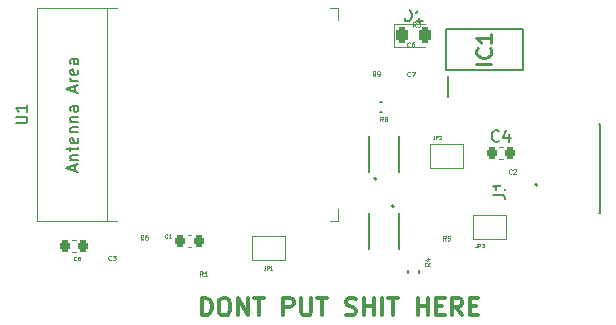
<source format=gto>
%TF.GenerationSoftware,KiCad,Pcbnew,7.0.2-6a45011f42~172~ubuntu20.04.1*%
%TF.CreationDate,2023-05-12T18:09:33+10:00*%
%TF.ProjectId,pcb_redesign,7063625f-7265-4646-9573-69676e2e6b69,rev?*%
%TF.SameCoordinates,Original*%
%TF.FileFunction,Legend,Top*%
%TF.FilePolarity,Positive*%
%FSLAX46Y46*%
G04 Gerber Fmt 4.6, Leading zero omitted, Abs format (unit mm)*
G04 Created by KiCad (PCBNEW 7.0.2-6a45011f42~172~ubuntu20.04.1) date 2023-05-12 18:09:33*
%MOMM*%
%LPD*%
G01*
G04 APERTURE LIST*
G04 Aperture macros list*
%AMRoundRect*
0 Rectangle with rounded corners*
0 $1 Rounding radius*
0 $2 $3 $4 $5 $6 $7 $8 $9 X,Y pos of 4 corners*
0 Add a 4 corners polygon primitive as box body*
4,1,4,$2,$3,$4,$5,$6,$7,$8,$9,$2,$3,0*
0 Add four circle primitives for the rounded corners*
1,1,$1+$1,$2,$3*
1,1,$1+$1,$4,$5*
1,1,$1+$1,$6,$7*
1,1,$1+$1,$8,$9*
0 Add four rect primitives between the rounded corners*
20,1,$1+$1,$2,$3,$4,$5,0*
20,1,$1+$1,$4,$5,$6,$7,0*
20,1,$1+$1,$6,$7,$8,$9,0*
20,1,$1+$1,$8,$9,$2,$3,0*%
G04 Aperture macros list end*
%ADD10C,0.300000*%
%ADD11C,0.098425*%
%ADD12C,0.150000*%
%ADD13C,0.254000*%
%ADD14C,0.075000*%
%ADD15C,0.120000*%
%ADD16C,0.127000*%
%ADD17C,0.200000*%
%ADD18R,0.900000X0.970000*%
%ADD19R,0.940000X1.020000*%
%ADD20R,0.870000X0.930000*%
%ADD21RoundRect,0.243750X-0.243750X-0.456250X0.243750X-0.456250X0.243750X0.456250X-0.243750X0.456250X0*%
%ADD22RoundRect,0.225000X-0.225000X-0.250000X0.225000X-0.250000X0.225000X0.250000X-0.225000X0.250000X0*%
%ADD23R,1.350000X0.400000*%
%ADD24R,1.600000X2.100000*%
%ADD25R,1.900000X1.800000*%
%ADD26R,1.900000X1.900000*%
%ADD27R,0.950000X1.750000*%
%ADD28R,3.200000X1.750000*%
%ADD29R,1.000000X1.500000*%
%ADD30R,0.970000X0.930000*%
%ADD31R,0.900000X0.900000*%
%ADD32R,0.900000X1.500000*%
%ADD33R,1.500000X0.900000*%
%ADD34R,0.790000X0.930000*%
%ADD35R,0.930000X0.790000*%
%ADD36R,0.350000X0.560000*%
%ADD37R,1.600000X0.200000*%
G04 APERTURE END LIST*
D10*
X120307142Y-84916428D02*
X120307142Y-83416428D01*
X120307142Y-83416428D02*
X120664285Y-83416428D01*
X120664285Y-83416428D02*
X120878571Y-83487857D01*
X120878571Y-83487857D02*
X121021428Y-83630714D01*
X121021428Y-83630714D02*
X121092857Y-83773571D01*
X121092857Y-83773571D02*
X121164285Y-84059285D01*
X121164285Y-84059285D02*
X121164285Y-84273571D01*
X121164285Y-84273571D02*
X121092857Y-84559285D01*
X121092857Y-84559285D02*
X121021428Y-84702142D01*
X121021428Y-84702142D02*
X120878571Y-84845000D01*
X120878571Y-84845000D02*
X120664285Y-84916428D01*
X120664285Y-84916428D02*
X120307142Y-84916428D01*
X122092857Y-83416428D02*
X122378571Y-83416428D01*
X122378571Y-83416428D02*
X122521428Y-83487857D01*
X122521428Y-83487857D02*
X122664285Y-83630714D01*
X122664285Y-83630714D02*
X122735714Y-83916428D01*
X122735714Y-83916428D02*
X122735714Y-84416428D01*
X122735714Y-84416428D02*
X122664285Y-84702142D01*
X122664285Y-84702142D02*
X122521428Y-84845000D01*
X122521428Y-84845000D02*
X122378571Y-84916428D01*
X122378571Y-84916428D02*
X122092857Y-84916428D01*
X122092857Y-84916428D02*
X121950000Y-84845000D01*
X121950000Y-84845000D02*
X121807142Y-84702142D01*
X121807142Y-84702142D02*
X121735714Y-84416428D01*
X121735714Y-84416428D02*
X121735714Y-83916428D01*
X121735714Y-83916428D02*
X121807142Y-83630714D01*
X121807142Y-83630714D02*
X121950000Y-83487857D01*
X121950000Y-83487857D02*
X122092857Y-83416428D01*
X123378571Y-84916428D02*
X123378571Y-83416428D01*
X123378571Y-83416428D02*
X124235714Y-84916428D01*
X124235714Y-84916428D02*
X124235714Y-83416428D01*
X124735715Y-83416428D02*
X125592858Y-83416428D01*
X125164286Y-84916428D02*
X125164286Y-83416428D01*
X127235714Y-84916428D02*
X127235714Y-83416428D01*
X127235714Y-83416428D02*
X127807143Y-83416428D01*
X127807143Y-83416428D02*
X127950000Y-83487857D01*
X127950000Y-83487857D02*
X128021429Y-83559285D01*
X128021429Y-83559285D02*
X128092857Y-83702142D01*
X128092857Y-83702142D02*
X128092857Y-83916428D01*
X128092857Y-83916428D02*
X128021429Y-84059285D01*
X128021429Y-84059285D02*
X127950000Y-84130714D01*
X127950000Y-84130714D02*
X127807143Y-84202142D01*
X127807143Y-84202142D02*
X127235714Y-84202142D01*
X128735714Y-83416428D02*
X128735714Y-84630714D01*
X128735714Y-84630714D02*
X128807143Y-84773571D01*
X128807143Y-84773571D02*
X128878572Y-84845000D01*
X128878572Y-84845000D02*
X129021429Y-84916428D01*
X129021429Y-84916428D02*
X129307143Y-84916428D01*
X129307143Y-84916428D02*
X129450000Y-84845000D01*
X129450000Y-84845000D02*
X129521429Y-84773571D01*
X129521429Y-84773571D02*
X129592857Y-84630714D01*
X129592857Y-84630714D02*
X129592857Y-83416428D01*
X130092858Y-83416428D02*
X130950001Y-83416428D01*
X130521429Y-84916428D02*
X130521429Y-83416428D01*
X132521429Y-84845000D02*
X132735715Y-84916428D01*
X132735715Y-84916428D02*
X133092857Y-84916428D01*
X133092857Y-84916428D02*
X133235715Y-84845000D01*
X133235715Y-84845000D02*
X133307143Y-84773571D01*
X133307143Y-84773571D02*
X133378572Y-84630714D01*
X133378572Y-84630714D02*
X133378572Y-84487857D01*
X133378572Y-84487857D02*
X133307143Y-84345000D01*
X133307143Y-84345000D02*
X133235715Y-84273571D01*
X133235715Y-84273571D02*
X133092857Y-84202142D01*
X133092857Y-84202142D02*
X132807143Y-84130714D01*
X132807143Y-84130714D02*
X132664286Y-84059285D01*
X132664286Y-84059285D02*
X132592857Y-83987857D01*
X132592857Y-83987857D02*
X132521429Y-83845000D01*
X132521429Y-83845000D02*
X132521429Y-83702142D01*
X132521429Y-83702142D02*
X132592857Y-83559285D01*
X132592857Y-83559285D02*
X132664286Y-83487857D01*
X132664286Y-83487857D02*
X132807143Y-83416428D01*
X132807143Y-83416428D02*
X133164286Y-83416428D01*
X133164286Y-83416428D02*
X133378572Y-83487857D01*
X134021428Y-84916428D02*
X134021428Y-83416428D01*
X134021428Y-84130714D02*
X134878571Y-84130714D01*
X134878571Y-84916428D02*
X134878571Y-83416428D01*
X135592857Y-84916428D02*
X135592857Y-83416428D01*
X136092858Y-83416428D02*
X136950001Y-83416428D01*
X136521429Y-84916428D02*
X136521429Y-83416428D01*
X138592857Y-84916428D02*
X138592857Y-83416428D01*
X138592857Y-84130714D02*
X139450000Y-84130714D01*
X139450000Y-84916428D02*
X139450000Y-83416428D01*
X140164286Y-84130714D02*
X140664286Y-84130714D01*
X140878572Y-84916428D02*
X140164286Y-84916428D01*
X140164286Y-84916428D02*
X140164286Y-83416428D01*
X140164286Y-83416428D02*
X140878572Y-83416428D01*
X142378572Y-84916428D02*
X141878572Y-84202142D01*
X141521429Y-84916428D02*
X141521429Y-83416428D01*
X141521429Y-83416428D02*
X142092858Y-83416428D01*
X142092858Y-83416428D02*
X142235715Y-83487857D01*
X142235715Y-83487857D02*
X142307144Y-83559285D01*
X142307144Y-83559285D02*
X142378572Y-83702142D01*
X142378572Y-83702142D02*
X142378572Y-83916428D01*
X142378572Y-83916428D02*
X142307144Y-84059285D01*
X142307144Y-84059285D02*
X142235715Y-84130714D01*
X142235715Y-84130714D02*
X142092858Y-84202142D01*
X142092858Y-84202142D02*
X141521429Y-84202142D01*
X143021429Y-84130714D02*
X143521429Y-84130714D01*
X143735715Y-84916428D02*
X143021429Y-84916428D01*
X143021429Y-84916428D02*
X143021429Y-83416428D01*
X143021429Y-83416428D02*
X143735715Y-83416428D01*
D11*
%TO.C,R6*%
X115374383Y-78512133D02*
X115243149Y-78324657D01*
X115149411Y-78512133D02*
X115149411Y-78118432D01*
X115149411Y-78118432D02*
X115299392Y-78118432D01*
X115299392Y-78118432D02*
X115336888Y-78137180D01*
X115336888Y-78137180D02*
X115355635Y-78155928D01*
X115355635Y-78155928D02*
X115374383Y-78193423D01*
X115374383Y-78193423D02*
X115374383Y-78249666D01*
X115374383Y-78249666D02*
X115355635Y-78287161D01*
X115355635Y-78287161D02*
X115336888Y-78305909D01*
X115336888Y-78305909D02*
X115299392Y-78324657D01*
X115299392Y-78324657D02*
X115149411Y-78324657D01*
X115711841Y-78118432D02*
X115636850Y-78118432D01*
X115636850Y-78118432D02*
X115599355Y-78137180D01*
X115599355Y-78137180D02*
X115580607Y-78155928D01*
X115580607Y-78155928D02*
X115543112Y-78212171D01*
X115543112Y-78212171D02*
X115524364Y-78287161D01*
X115524364Y-78287161D02*
X115524364Y-78437143D01*
X115524364Y-78437143D02*
X115543112Y-78474638D01*
X115543112Y-78474638D02*
X115561860Y-78493386D01*
X115561860Y-78493386D02*
X115599355Y-78512133D01*
X115599355Y-78512133D02*
X115674346Y-78512133D01*
X115674346Y-78512133D02*
X115711841Y-78493386D01*
X115711841Y-78493386D02*
X115730589Y-78474638D01*
X115730589Y-78474638D02*
X115749336Y-78437143D01*
X115749336Y-78437143D02*
X115749336Y-78343404D01*
X115749336Y-78343404D02*
X115730589Y-78305909D01*
X115730589Y-78305909D02*
X115711841Y-78287161D01*
X115711841Y-78287161D02*
X115674346Y-78268414D01*
X115674346Y-78268414D02*
X115599355Y-78268414D01*
X115599355Y-78268414D02*
X115561860Y-78287161D01*
X115561860Y-78287161D02*
X115543112Y-78305909D01*
X115543112Y-78305909D02*
X115524364Y-78343404D01*
%TO.C,R3*%
X138444383Y-60482133D02*
X138313149Y-60294657D01*
X138219411Y-60482133D02*
X138219411Y-60088432D01*
X138219411Y-60088432D02*
X138369392Y-60088432D01*
X138369392Y-60088432D02*
X138406888Y-60107180D01*
X138406888Y-60107180D02*
X138425635Y-60125928D01*
X138425635Y-60125928D02*
X138444383Y-60163423D01*
X138444383Y-60163423D02*
X138444383Y-60219666D01*
X138444383Y-60219666D02*
X138425635Y-60257161D01*
X138425635Y-60257161D02*
X138406888Y-60275909D01*
X138406888Y-60275909D02*
X138369392Y-60294657D01*
X138369392Y-60294657D02*
X138219411Y-60294657D01*
X138575617Y-60088432D02*
X138819336Y-60088432D01*
X138819336Y-60088432D02*
X138688103Y-60238414D01*
X138688103Y-60238414D02*
X138744346Y-60238414D01*
X138744346Y-60238414D02*
X138781841Y-60257161D01*
X138781841Y-60257161D02*
X138800589Y-60275909D01*
X138800589Y-60275909D02*
X138819336Y-60313404D01*
X138819336Y-60313404D02*
X138819336Y-60407143D01*
X138819336Y-60407143D02*
X138800589Y-60444638D01*
X138800589Y-60444638D02*
X138781841Y-60463386D01*
X138781841Y-60463386D02*
X138744346Y-60482133D01*
X138744346Y-60482133D02*
X138631860Y-60482133D01*
X138631860Y-60482133D02*
X138594364Y-60463386D01*
X138594364Y-60463386D02*
X138575617Y-60444638D01*
%TO.C,C3*%
X112644383Y-80194638D02*
X112625635Y-80213386D01*
X112625635Y-80213386D02*
X112569392Y-80232133D01*
X112569392Y-80232133D02*
X112531897Y-80232133D01*
X112531897Y-80232133D02*
X112475654Y-80213386D01*
X112475654Y-80213386D02*
X112438159Y-80175890D01*
X112438159Y-80175890D02*
X112419411Y-80138395D01*
X112419411Y-80138395D02*
X112400663Y-80063404D01*
X112400663Y-80063404D02*
X112400663Y-80007161D01*
X112400663Y-80007161D02*
X112419411Y-79932171D01*
X112419411Y-79932171D02*
X112438159Y-79894675D01*
X112438159Y-79894675D02*
X112475654Y-79857180D01*
X112475654Y-79857180D02*
X112531897Y-79838432D01*
X112531897Y-79838432D02*
X112569392Y-79838432D01*
X112569392Y-79838432D02*
X112625635Y-79857180D01*
X112625635Y-79857180D02*
X112644383Y-79875928D01*
X112775617Y-79838432D02*
X113019336Y-79838432D01*
X113019336Y-79838432D02*
X112888103Y-79988414D01*
X112888103Y-79988414D02*
X112944346Y-79988414D01*
X112944346Y-79988414D02*
X112981841Y-80007161D01*
X112981841Y-80007161D02*
X113000589Y-80025909D01*
X113000589Y-80025909D02*
X113019336Y-80063404D01*
X113019336Y-80063404D02*
X113019336Y-80157143D01*
X113019336Y-80157143D02*
X113000589Y-80194638D01*
X113000589Y-80194638D02*
X112981841Y-80213386D01*
X112981841Y-80213386D02*
X112944346Y-80232133D01*
X112944346Y-80232133D02*
X112831860Y-80232133D01*
X112831860Y-80232133D02*
X112794364Y-80213386D01*
X112794364Y-80213386D02*
X112775617Y-80194638D01*
D12*
%TO.C,D1*%
X137511905Y-60012619D02*
X137511905Y-59012619D01*
X137511905Y-59012619D02*
X137750000Y-59012619D01*
X137750000Y-59012619D02*
X137892857Y-59060238D01*
X137892857Y-59060238D02*
X137988095Y-59155476D01*
X137988095Y-59155476D02*
X138035714Y-59250714D01*
X138035714Y-59250714D02*
X138083333Y-59441190D01*
X138083333Y-59441190D02*
X138083333Y-59584047D01*
X138083333Y-59584047D02*
X138035714Y-59774523D01*
X138035714Y-59774523D02*
X137988095Y-59869761D01*
X137988095Y-59869761D02*
X137892857Y-59965000D01*
X137892857Y-59965000D02*
X137750000Y-60012619D01*
X137750000Y-60012619D02*
X137511905Y-60012619D01*
X139035714Y-60012619D02*
X138464286Y-60012619D01*
X138750000Y-60012619D02*
X138750000Y-59012619D01*
X138750000Y-59012619D02*
X138654762Y-59155476D01*
X138654762Y-59155476D02*
X138559524Y-59250714D01*
X138559524Y-59250714D02*
X138464286Y-59298333D01*
%TO.C,C4*%
X145483333Y-70137380D02*
X145435714Y-70185000D01*
X145435714Y-70185000D02*
X145292857Y-70232619D01*
X145292857Y-70232619D02*
X145197619Y-70232619D01*
X145197619Y-70232619D02*
X145054762Y-70185000D01*
X145054762Y-70185000D02*
X144959524Y-70089761D01*
X144959524Y-70089761D02*
X144911905Y-69994523D01*
X144911905Y-69994523D02*
X144864286Y-69804047D01*
X144864286Y-69804047D02*
X144864286Y-69661190D01*
X144864286Y-69661190D02*
X144911905Y-69470714D01*
X144911905Y-69470714D02*
X144959524Y-69375476D01*
X144959524Y-69375476D02*
X145054762Y-69280238D01*
X145054762Y-69280238D02*
X145197619Y-69232619D01*
X145197619Y-69232619D02*
X145292857Y-69232619D01*
X145292857Y-69232619D02*
X145435714Y-69280238D01*
X145435714Y-69280238D02*
X145483333Y-69327857D01*
X146340476Y-69565952D02*
X146340476Y-70232619D01*
X146102381Y-69185000D02*
X145864286Y-69899285D01*
X145864286Y-69899285D02*
X146483333Y-69899285D01*
D11*
%TO.C,C2*%
X146559383Y-72889638D02*
X146540635Y-72908386D01*
X146540635Y-72908386D02*
X146484392Y-72927133D01*
X146484392Y-72927133D02*
X146446897Y-72927133D01*
X146446897Y-72927133D02*
X146390654Y-72908386D01*
X146390654Y-72908386D02*
X146353159Y-72870890D01*
X146353159Y-72870890D02*
X146334411Y-72833395D01*
X146334411Y-72833395D02*
X146315663Y-72758404D01*
X146315663Y-72758404D02*
X146315663Y-72702161D01*
X146315663Y-72702161D02*
X146334411Y-72627171D01*
X146334411Y-72627171D02*
X146353159Y-72589675D01*
X146353159Y-72589675D02*
X146390654Y-72552180D01*
X146390654Y-72552180D02*
X146446897Y-72533432D01*
X146446897Y-72533432D02*
X146484392Y-72533432D01*
X146484392Y-72533432D02*
X146540635Y-72552180D01*
X146540635Y-72552180D02*
X146559383Y-72570928D01*
X146709364Y-72570928D02*
X146728112Y-72552180D01*
X146728112Y-72552180D02*
X146765607Y-72533432D01*
X146765607Y-72533432D02*
X146859346Y-72533432D01*
X146859346Y-72533432D02*
X146896841Y-72552180D01*
X146896841Y-72552180D02*
X146915589Y-72570928D01*
X146915589Y-72570928D02*
X146934336Y-72608423D01*
X146934336Y-72608423D02*
X146934336Y-72645918D01*
X146934336Y-72645918D02*
X146915589Y-72702161D01*
X146915589Y-72702161D02*
X146690617Y-72927133D01*
X146690617Y-72927133D02*
X146934336Y-72927133D01*
D12*
%TO.C,J1*%
X144967619Y-74688333D02*
X145681904Y-74688333D01*
X145681904Y-74688333D02*
X145824761Y-74735952D01*
X145824761Y-74735952D02*
X145920000Y-74831190D01*
X145920000Y-74831190D02*
X145967619Y-74974047D01*
X145967619Y-74974047D02*
X145967619Y-75069285D01*
X145967619Y-73688333D02*
X145967619Y-74259761D01*
X145967619Y-73974047D02*
X144967619Y-73974047D01*
X144967619Y-73974047D02*
X145110476Y-74069285D01*
X145110476Y-74069285D02*
X145205714Y-74164523D01*
X145205714Y-74164523D02*
X145253333Y-74259761D01*
D13*
%TO.C,IC1*%
X144837526Y-63639762D02*
X143567526Y-63639762D01*
X144716573Y-62309285D02*
X144777050Y-62369761D01*
X144777050Y-62369761D02*
X144837526Y-62551190D01*
X144837526Y-62551190D02*
X144837526Y-62672142D01*
X144837526Y-62672142D02*
X144777050Y-62853571D01*
X144777050Y-62853571D02*
X144656097Y-62974523D01*
X144656097Y-62974523D02*
X144535145Y-63035000D01*
X144535145Y-63035000D02*
X144293240Y-63095476D01*
X144293240Y-63095476D02*
X144111811Y-63095476D01*
X144111811Y-63095476D02*
X143869907Y-63035000D01*
X143869907Y-63035000D02*
X143748954Y-62974523D01*
X143748954Y-62974523D02*
X143628002Y-62853571D01*
X143628002Y-62853571D02*
X143567526Y-62672142D01*
X143567526Y-62672142D02*
X143567526Y-62551190D01*
X143567526Y-62551190D02*
X143628002Y-62369761D01*
X143628002Y-62369761D02*
X143688478Y-62309285D01*
X144837526Y-61099761D02*
X144837526Y-61825476D01*
X144837526Y-61462619D02*
X143567526Y-61462619D01*
X143567526Y-61462619D02*
X143748954Y-61583571D01*
X143748954Y-61583571D02*
X143869907Y-61704523D01*
X143869907Y-61704523D02*
X143930383Y-61825476D01*
D14*
%TO.C,C8*%
X109700000Y-80210214D02*
X109685714Y-80224500D01*
X109685714Y-80224500D02*
X109642857Y-80238785D01*
X109642857Y-80238785D02*
X109614285Y-80238785D01*
X109614285Y-80238785D02*
X109571428Y-80224500D01*
X109571428Y-80224500D02*
X109542857Y-80195928D01*
X109542857Y-80195928D02*
X109528571Y-80167357D01*
X109528571Y-80167357D02*
X109514285Y-80110214D01*
X109514285Y-80110214D02*
X109514285Y-80067357D01*
X109514285Y-80067357D02*
X109528571Y-80010214D01*
X109528571Y-80010214D02*
X109542857Y-79981642D01*
X109542857Y-79981642D02*
X109571428Y-79953071D01*
X109571428Y-79953071D02*
X109614285Y-79938785D01*
X109614285Y-79938785D02*
X109642857Y-79938785D01*
X109642857Y-79938785D02*
X109685714Y-79953071D01*
X109685714Y-79953071D02*
X109700000Y-79967357D01*
X109871428Y-80067357D02*
X109842857Y-80053071D01*
X109842857Y-80053071D02*
X109828571Y-80038785D01*
X109828571Y-80038785D02*
X109814285Y-80010214D01*
X109814285Y-80010214D02*
X109814285Y-79995928D01*
X109814285Y-79995928D02*
X109828571Y-79967357D01*
X109828571Y-79967357D02*
X109842857Y-79953071D01*
X109842857Y-79953071D02*
X109871428Y-79938785D01*
X109871428Y-79938785D02*
X109928571Y-79938785D01*
X109928571Y-79938785D02*
X109957143Y-79953071D01*
X109957143Y-79953071D02*
X109971428Y-79967357D01*
X109971428Y-79967357D02*
X109985714Y-79995928D01*
X109985714Y-79995928D02*
X109985714Y-80010214D01*
X109985714Y-80010214D02*
X109971428Y-80038785D01*
X109971428Y-80038785D02*
X109957143Y-80053071D01*
X109957143Y-80053071D02*
X109928571Y-80067357D01*
X109928571Y-80067357D02*
X109871428Y-80067357D01*
X109871428Y-80067357D02*
X109842857Y-80081642D01*
X109842857Y-80081642D02*
X109828571Y-80095928D01*
X109828571Y-80095928D02*
X109814285Y-80124500D01*
X109814285Y-80124500D02*
X109814285Y-80181642D01*
X109814285Y-80181642D02*
X109828571Y-80210214D01*
X109828571Y-80210214D02*
X109842857Y-80224500D01*
X109842857Y-80224500D02*
X109871428Y-80238785D01*
X109871428Y-80238785D02*
X109928571Y-80238785D01*
X109928571Y-80238785D02*
X109957143Y-80224500D01*
X109957143Y-80224500D02*
X109971428Y-80210214D01*
X109971428Y-80210214D02*
X109985714Y-80181642D01*
X109985714Y-80181642D02*
X109985714Y-80124500D01*
X109985714Y-80124500D02*
X109971428Y-80095928D01*
X109971428Y-80095928D02*
X109957143Y-80081642D01*
X109957143Y-80081642D02*
X109928571Y-80067357D01*
%TO.C,C1*%
X117400000Y-78310214D02*
X117385714Y-78324500D01*
X117385714Y-78324500D02*
X117342857Y-78338785D01*
X117342857Y-78338785D02*
X117314285Y-78338785D01*
X117314285Y-78338785D02*
X117271428Y-78324500D01*
X117271428Y-78324500D02*
X117242857Y-78295928D01*
X117242857Y-78295928D02*
X117228571Y-78267357D01*
X117228571Y-78267357D02*
X117214285Y-78210214D01*
X117214285Y-78210214D02*
X117214285Y-78167357D01*
X117214285Y-78167357D02*
X117228571Y-78110214D01*
X117228571Y-78110214D02*
X117242857Y-78081642D01*
X117242857Y-78081642D02*
X117271428Y-78053071D01*
X117271428Y-78053071D02*
X117314285Y-78038785D01*
X117314285Y-78038785D02*
X117342857Y-78038785D01*
X117342857Y-78038785D02*
X117385714Y-78053071D01*
X117385714Y-78053071D02*
X117400000Y-78067357D01*
X117685714Y-78338785D02*
X117514285Y-78338785D01*
X117600000Y-78338785D02*
X117600000Y-78038785D01*
X117600000Y-78038785D02*
X117571428Y-78081642D01*
X117571428Y-78081642D02*
X117542857Y-78110214D01*
X117542857Y-78110214D02*
X117514285Y-78124500D01*
%TO.C,JP3*%
X143600000Y-78838785D02*
X143600000Y-79053071D01*
X143600000Y-79053071D02*
X143585715Y-79095928D01*
X143585715Y-79095928D02*
X143557143Y-79124500D01*
X143557143Y-79124500D02*
X143514286Y-79138785D01*
X143514286Y-79138785D02*
X143485715Y-79138785D01*
X143742857Y-79138785D02*
X143742857Y-78838785D01*
X143742857Y-78838785D02*
X143857143Y-78838785D01*
X143857143Y-78838785D02*
X143885714Y-78853071D01*
X143885714Y-78853071D02*
X143900000Y-78867357D01*
X143900000Y-78867357D02*
X143914286Y-78895928D01*
X143914286Y-78895928D02*
X143914286Y-78938785D01*
X143914286Y-78938785D02*
X143900000Y-78967357D01*
X143900000Y-78967357D02*
X143885714Y-78981642D01*
X143885714Y-78981642D02*
X143857143Y-78995928D01*
X143857143Y-78995928D02*
X143742857Y-78995928D01*
X144014286Y-78838785D02*
X144200000Y-78838785D01*
X144200000Y-78838785D02*
X144100000Y-78953071D01*
X144100000Y-78953071D02*
X144142857Y-78953071D01*
X144142857Y-78953071D02*
X144171429Y-78967357D01*
X144171429Y-78967357D02*
X144185714Y-78981642D01*
X144185714Y-78981642D02*
X144200000Y-79010214D01*
X144200000Y-79010214D02*
X144200000Y-79081642D01*
X144200000Y-79081642D02*
X144185714Y-79110214D01*
X144185714Y-79110214D02*
X144171429Y-79124500D01*
X144171429Y-79124500D02*
X144142857Y-79138785D01*
X144142857Y-79138785D02*
X144057143Y-79138785D01*
X144057143Y-79138785D02*
X144028571Y-79124500D01*
X144028571Y-79124500D02*
X144014286Y-79110214D01*
%TO.C,JP2*%
X140000000Y-69688785D02*
X140000000Y-69903071D01*
X140000000Y-69903071D02*
X139985715Y-69945928D01*
X139985715Y-69945928D02*
X139957143Y-69974500D01*
X139957143Y-69974500D02*
X139914286Y-69988785D01*
X139914286Y-69988785D02*
X139885715Y-69988785D01*
X140142857Y-69988785D02*
X140142857Y-69688785D01*
X140142857Y-69688785D02*
X140257143Y-69688785D01*
X140257143Y-69688785D02*
X140285714Y-69703071D01*
X140285714Y-69703071D02*
X140300000Y-69717357D01*
X140300000Y-69717357D02*
X140314286Y-69745928D01*
X140314286Y-69745928D02*
X140314286Y-69788785D01*
X140314286Y-69788785D02*
X140300000Y-69817357D01*
X140300000Y-69817357D02*
X140285714Y-69831642D01*
X140285714Y-69831642D02*
X140257143Y-69845928D01*
X140257143Y-69845928D02*
X140142857Y-69845928D01*
X140428571Y-69717357D02*
X140442857Y-69703071D01*
X140442857Y-69703071D02*
X140471429Y-69688785D01*
X140471429Y-69688785D02*
X140542857Y-69688785D01*
X140542857Y-69688785D02*
X140571429Y-69703071D01*
X140571429Y-69703071D02*
X140585714Y-69717357D01*
X140585714Y-69717357D02*
X140600000Y-69745928D01*
X140600000Y-69745928D02*
X140600000Y-69774500D01*
X140600000Y-69774500D02*
X140585714Y-69817357D01*
X140585714Y-69817357D02*
X140414286Y-69988785D01*
X140414286Y-69988785D02*
X140600000Y-69988785D01*
D11*
%TO.C,R1*%
X120384383Y-81582133D02*
X120253149Y-81394657D01*
X120159411Y-81582133D02*
X120159411Y-81188432D01*
X120159411Y-81188432D02*
X120309392Y-81188432D01*
X120309392Y-81188432D02*
X120346888Y-81207180D01*
X120346888Y-81207180D02*
X120365635Y-81225928D01*
X120365635Y-81225928D02*
X120384383Y-81263423D01*
X120384383Y-81263423D02*
X120384383Y-81319666D01*
X120384383Y-81319666D02*
X120365635Y-81357161D01*
X120365635Y-81357161D02*
X120346888Y-81375909D01*
X120346888Y-81375909D02*
X120309392Y-81394657D01*
X120309392Y-81394657D02*
X120159411Y-81394657D01*
X120759336Y-81582133D02*
X120534364Y-81582133D01*
X120646850Y-81582133D02*
X120646850Y-81188432D01*
X120646850Y-81188432D02*
X120609355Y-81244675D01*
X120609355Y-81244675D02*
X120571860Y-81282171D01*
X120571860Y-81282171D02*
X120534364Y-81300918D01*
%TO.C,C7*%
X137954383Y-64624638D02*
X137935635Y-64643386D01*
X137935635Y-64643386D02*
X137879392Y-64662133D01*
X137879392Y-64662133D02*
X137841897Y-64662133D01*
X137841897Y-64662133D02*
X137785654Y-64643386D01*
X137785654Y-64643386D02*
X137748159Y-64605890D01*
X137748159Y-64605890D02*
X137729411Y-64568395D01*
X137729411Y-64568395D02*
X137710663Y-64493404D01*
X137710663Y-64493404D02*
X137710663Y-64437161D01*
X137710663Y-64437161D02*
X137729411Y-64362171D01*
X137729411Y-64362171D02*
X137748159Y-64324675D01*
X137748159Y-64324675D02*
X137785654Y-64287180D01*
X137785654Y-64287180D02*
X137841897Y-64268432D01*
X137841897Y-64268432D02*
X137879392Y-64268432D01*
X137879392Y-64268432D02*
X137935635Y-64287180D01*
X137935635Y-64287180D02*
X137954383Y-64305928D01*
X138085617Y-64268432D02*
X138348084Y-64268432D01*
X138348084Y-64268432D02*
X138179355Y-64662133D01*
%TO.C,C6*%
X137954383Y-62144638D02*
X137935635Y-62163386D01*
X137935635Y-62163386D02*
X137879392Y-62182133D01*
X137879392Y-62182133D02*
X137841897Y-62182133D01*
X137841897Y-62182133D02*
X137785654Y-62163386D01*
X137785654Y-62163386D02*
X137748159Y-62125890D01*
X137748159Y-62125890D02*
X137729411Y-62088395D01*
X137729411Y-62088395D02*
X137710663Y-62013404D01*
X137710663Y-62013404D02*
X137710663Y-61957161D01*
X137710663Y-61957161D02*
X137729411Y-61882171D01*
X137729411Y-61882171D02*
X137748159Y-61844675D01*
X137748159Y-61844675D02*
X137785654Y-61807180D01*
X137785654Y-61807180D02*
X137841897Y-61788432D01*
X137841897Y-61788432D02*
X137879392Y-61788432D01*
X137879392Y-61788432D02*
X137935635Y-61807180D01*
X137935635Y-61807180D02*
X137954383Y-61825928D01*
X138291841Y-61788432D02*
X138216850Y-61788432D01*
X138216850Y-61788432D02*
X138179355Y-61807180D01*
X138179355Y-61807180D02*
X138160607Y-61825928D01*
X138160607Y-61825928D02*
X138123112Y-61882171D01*
X138123112Y-61882171D02*
X138104364Y-61957161D01*
X138104364Y-61957161D02*
X138104364Y-62107143D01*
X138104364Y-62107143D02*
X138123112Y-62144638D01*
X138123112Y-62144638D02*
X138141860Y-62163386D01*
X138141860Y-62163386D02*
X138179355Y-62182133D01*
X138179355Y-62182133D02*
X138254346Y-62182133D01*
X138254346Y-62182133D02*
X138291841Y-62163386D01*
X138291841Y-62163386D02*
X138310589Y-62144638D01*
X138310589Y-62144638D02*
X138329336Y-62107143D01*
X138329336Y-62107143D02*
X138329336Y-62013404D01*
X138329336Y-62013404D02*
X138310589Y-61975909D01*
X138310589Y-61975909D02*
X138291841Y-61957161D01*
X138291841Y-61957161D02*
X138254346Y-61938414D01*
X138254346Y-61938414D02*
X138179355Y-61938414D01*
X138179355Y-61938414D02*
X138141860Y-61957161D01*
X138141860Y-61957161D02*
X138123112Y-61975909D01*
X138123112Y-61975909D02*
X138104364Y-62013404D01*
D12*
%TO.C,U1*%
X104552619Y-68661904D02*
X105362142Y-68661904D01*
X105362142Y-68661904D02*
X105457380Y-68614285D01*
X105457380Y-68614285D02*
X105505000Y-68566666D01*
X105505000Y-68566666D02*
X105552619Y-68471428D01*
X105552619Y-68471428D02*
X105552619Y-68280952D01*
X105552619Y-68280952D02*
X105505000Y-68185714D01*
X105505000Y-68185714D02*
X105457380Y-68138095D01*
X105457380Y-68138095D02*
X105362142Y-68090476D01*
X105362142Y-68090476D02*
X104552619Y-68090476D01*
X105552619Y-67090476D02*
X105552619Y-67661904D01*
X105552619Y-67376190D02*
X104552619Y-67376190D01*
X104552619Y-67376190D02*
X104695476Y-67471428D01*
X104695476Y-67471428D02*
X104790714Y-67566666D01*
X104790714Y-67566666D02*
X104838333Y-67661904D01*
X109566904Y-72661905D02*
X109566904Y-72185715D01*
X109852619Y-72757143D02*
X108852619Y-72423810D01*
X108852619Y-72423810D02*
X109852619Y-72090477D01*
X109185952Y-71757143D02*
X109852619Y-71757143D01*
X109281190Y-71757143D02*
X109233571Y-71709524D01*
X109233571Y-71709524D02*
X109185952Y-71614286D01*
X109185952Y-71614286D02*
X109185952Y-71471429D01*
X109185952Y-71471429D02*
X109233571Y-71376191D01*
X109233571Y-71376191D02*
X109328809Y-71328572D01*
X109328809Y-71328572D02*
X109852619Y-71328572D01*
X109185952Y-70995238D02*
X109185952Y-70614286D01*
X108852619Y-70852381D02*
X109709761Y-70852381D01*
X109709761Y-70852381D02*
X109805000Y-70804762D01*
X109805000Y-70804762D02*
X109852619Y-70709524D01*
X109852619Y-70709524D02*
X109852619Y-70614286D01*
X109805000Y-69900000D02*
X109852619Y-69995238D01*
X109852619Y-69995238D02*
X109852619Y-70185714D01*
X109852619Y-70185714D02*
X109805000Y-70280952D01*
X109805000Y-70280952D02*
X109709761Y-70328571D01*
X109709761Y-70328571D02*
X109328809Y-70328571D01*
X109328809Y-70328571D02*
X109233571Y-70280952D01*
X109233571Y-70280952D02*
X109185952Y-70185714D01*
X109185952Y-70185714D02*
X109185952Y-69995238D01*
X109185952Y-69995238D02*
X109233571Y-69900000D01*
X109233571Y-69900000D02*
X109328809Y-69852381D01*
X109328809Y-69852381D02*
X109424047Y-69852381D01*
X109424047Y-69852381D02*
X109519285Y-70328571D01*
X109185952Y-69423809D02*
X109852619Y-69423809D01*
X109281190Y-69423809D02*
X109233571Y-69376190D01*
X109233571Y-69376190D02*
X109185952Y-69280952D01*
X109185952Y-69280952D02*
X109185952Y-69138095D01*
X109185952Y-69138095D02*
X109233571Y-69042857D01*
X109233571Y-69042857D02*
X109328809Y-68995238D01*
X109328809Y-68995238D02*
X109852619Y-68995238D01*
X109185952Y-68519047D02*
X109852619Y-68519047D01*
X109281190Y-68519047D02*
X109233571Y-68471428D01*
X109233571Y-68471428D02*
X109185952Y-68376190D01*
X109185952Y-68376190D02*
X109185952Y-68233333D01*
X109185952Y-68233333D02*
X109233571Y-68138095D01*
X109233571Y-68138095D02*
X109328809Y-68090476D01*
X109328809Y-68090476D02*
X109852619Y-68090476D01*
X109852619Y-67185714D02*
X109328809Y-67185714D01*
X109328809Y-67185714D02*
X109233571Y-67233333D01*
X109233571Y-67233333D02*
X109185952Y-67328571D01*
X109185952Y-67328571D02*
X109185952Y-67519047D01*
X109185952Y-67519047D02*
X109233571Y-67614285D01*
X109805000Y-67185714D02*
X109852619Y-67280952D01*
X109852619Y-67280952D02*
X109852619Y-67519047D01*
X109852619Y-67519047D02*
X109805000Y-67614285D01*
X109805000Y-67614285D02*
X109709761Y-67661904D01*
X109709761Y-67661904D02*
X109614523Y-67661904D01*
X109614523Y-67661904D02*
X109519285Y-67614285D01*
X109519285Y-67614285D02*
X109471666Y-67519047D01*
X109471666Y-67519047D02*
X109471666Y-67280952D01*
X109471666Y-67280952D02*
X109424047Y-67185714D01*
X109566904Y-65995237D02*
X109566904Y-65519047D01*
X109852619Y-66090475D02*
X108852619Y-65757142D01*
X108852619Y-65757142D02*
X109852619Y-65423809D01*
X109852619Y-65090475D02*
X109185952Y-65090475D01*
X109376428Y-65090475D02*
X109281190Y-65042856D01*
X109281190Y-65042856D02*
X109233571Y-64995237D01*
X109233571Y-64995237D02*
X109185952Y-64899999D01*
X109185952Y-64899999D02*
X109185952Y-64804761D01*
X109805000Y-64090475D02*
X109852619Y-64185713D01*
X109852619Y-64185713D02*
X109852619Y-64376189D01*
X109852619Y-64376189D02*
X109805000Y-64471427D01*
X109805000Y-64471427D02*
X109709761Y-64519046D01*
X109709761Y-64519046D02*
X109328809Y-64519046D01*
X109328809Y-64519046D02*
X109233571Y-64471427D01*
X109233571Y-64471427D02*
X109185952Y-64376189D01*
X109185952Y-64376189D02*
X109185952Y-64185713D01*
X109185952Y-64185713D02*
X109233571Y-64090475D01*
X109233571Y-64090475D02*
X109328809Y-64042856D01*
X109328809Y-64042856D02*
X109424047Y-64042856D01*
X109424047Y-64042856D02*
X109519285Y-64519046D01*
X109852619Y-63185713D02*
X109328809Y-63185713D01*
X109328809Y-63185713D02*
X109233571Y-63233332D01*
X109233571Y-63233332D02*
X109185952Y-63328570D01*
X109185952Y-63328570D02*
X109185952Y-63519046D01*
X109185952Y-63519046D02*
X109233571Y-63614284D01*
X109805000Y-63185713D02*
X109852619Y-63280951D01*
X109852619Y-63280951D02*
X109852619Y-63519046D01*
X109852619Y-63519046D02*
X109805000Y-63614284D01*
X109805000Y-63614284D02*
X109709761Y-63661903D01*
X109709761Y-63661903D02*
X109614523Y-63661903D01*
X109614523Y-63661903D02*
X109519285Y-63614284D01*
X109519285Y-63614284D02*
X109471666Y-63519046D01*
X109471666Y-63519046D02*
X109471666Y-63280951D01*
X109471666Y-63280951D02*
X109424047Y-63185713D01*
D11*
%TO.C,R9*%
X135024383Y-64632133D02*
X134893149Y-64444657D01*
X134799411Y-64632133D02*
X134799411Y-64238432D01*
X134799411Y-64238432D02*
X134949392Y-64238432D01*
X134949392Y-64238432D02*
X134986888Y-64257180D01*
X134986888Y-64257180D02*
X135005635Y-64275928D01*
X135005635Y-64275928D02*
X135024383Y-64313423D01*
X135024383Y-64313423D02*
X135024383Y-64369666D01*
X135024383Y-64369666D02*
X135005635Y-64407161D01*
X135005635Y-64407161D02*
X134986888Y-64425909D01*
X134986888Y-64425909D02*
X134949392Y-64444657D01*
X134949392Y-64444657D02*
X134799411Y-64444657D01*
X135211860Y-64632133D02*
X135286850Y-64632133D01*
X135286850Y-64632133D02*
X135324346Y-64613386D01*
X135324346Y-64613386D02*
X135343093Y-64594638D01*
X135343093Y-64594638D02*
X135380589Y-64538395D01*
X135380589Y-64538395D02*
X135399336Y-64463404D01*
X135399336Y-64463404D02*
X135399336Y-64313423D01*
X135399336Y-64313423D02*
X135380589Y-64275928D01*
X135380589Y-64275928D02*
X135361841Y-64257180D01*
X135361841Y-64257180D02*
X135324346Y-64238432D01*
X135324346Y-64238432D02*
X135249355Y-64238432D01*
X135249355Y-64238432D02*
X135211860Y-64257180D01*
X135211860Y-64257180D02*
X135193112Y-64275928D01*
X135193112Y-64275928D02*
X135174364Y-64313423D01*
X135174364Y-64313423D02*
X135174364Y-64407161D01*
X135174364Y-64407161D02*
X135193112Y-64444657D01*
X135193112Y-64444657D02*
X135211860Y-64463404D01*
X135211860Y-64463404D02*
X135249355Y-64482152D01*
X135249355Y-64482152D02*
X135324346Y-64482152D01*
X135324346Y-64482152D02*
X135361841Y-64463404D01*
X135361841Y-64463404D02*
X135380589Y-64444657D01*
X135380589Y-64444657D02*
X135399336Y-64407161D01*
%TO.C,R8*%
X135644383Y-68482133D02*
X135513149Y-68294657D01*
X135419411Y-68482133D02*
X135419411Y-68088432D01*
X135419411Y-68088432D02*
X135569392Y-68088432D01*
X135569392Y-68088432D02*
X135606888Y-68107180D01*
X135606888Y-68107180D02*
X135625635Y-68125928D01*
X135625635Y-68125928D02*
X135644383Y-68163423D01*
X135644383Y-68163423D02*
X135644383Y-68219666D01*
X135644383Y-68219666D02*
X135625635Y-68257161D01*
X135625635Y-68257161D02*
X135606888Y-68275909D01*
X135606888Y-68275909D02*
X135569392Y-68294657D01*
X135569392Y-68294657D02*
X135419411Y-68294657D01*
X135869355Y-68257161D02*
X135831860Y-68238414D01*
X135831860Y-68238414D02*
X135813112Y-68219666D01*
X135813112Y-68219666D02*
X135794364Y-68182171D01*
X135794364Y-68182171D02*
X135794364Y-68163423D01*
X135794364Y-68163423D02*
X135813112Y-68125928D01*
X135813112Y-68125928D02*
X135831860Y-68107180D01*
X135831860Y-68107180D02*
X135869355Y-68088432D01*
X135869355Y-68088432D02*
X135944346Y-68088432D01*
X135944346Y-68088432D02*
X135981841Y-68107180D01*
X135981841Y-68107180D02*
X136000589Y-68125928D01*
X136000589Y-68125928D02*
X136019336Y-68163423D01*
X136019336Y-68163423D02*
X136019336Y-68182171D01*
X136019336Y-68182171D02*
X136000589Y-68219666D01*
X136000589Y-68219666D02*
X135981841Y-68238414D01*
X135981841Y-68238414D02*
X135944346Y-68257161D01*
X135944346Y-68257161D02*
X135869355Y-68257161D01*
X135869355Y-68257161D02*
X135831860Y-68275909D01*
X135831860Y-68275909D02*
X135813112Y-68294657D01*
X135813112Y-68294657D02*
X135794364Y-68332152D01*
X135794364Y-68332152D02*
X135794364Y-68407143D01*
X135794364Y-68407143D02*
X135813112Y-68444638D01*
X135813112Y-68444638D02*
X135831860Y-68463386D01*
X135831860Y-68463386D02*
X135869355Y-68482133D01*
X135869355Y-68482133D02*
X135944346Y-68482133D01*
X135944346Y-68482133D02*
X135981841Y-68463386D01*
X135981841Y-68463386D02*
X136000589Y-68444638D01*
X136000589Y-68444638D02*
X136019336Y-68407143D01*
X136019336Y-68407143D02*
X136019336Y-68332152D01*
X136019336Y-68332152D02*
X136000589Y-68294657D01*
X136000589Y-68294657D02*
X135981841Y-68275909D01*
X135981841Y-68275909D02*
X135944346Y-68257161D01*
%TO.C,R5*%
X140984383Y-78582133D02*
X140853149Y-78394657D01*
X140759411Y-78582133D02*
X140759411Y-78188432D01*
X140759411Y-78188432D02*
X140909392Y-78188432D01*
X140909392Y-78188432D02*
X140946888Y-78207180D01*
X140946888Y-78207180D02*
X140965635Y-78225928D01*
X140965635Y-78225928D02*
X140984383Y-78263423D01*
X140984383Y-78263423D02*
X140984383Y-78319666D01*
X140984383Y-78319666D02*
X140965635Y-78357161D01*
X140965635Y-78357161D02*
X140946888Y-78375909D01*
X140946888Y-78375909D02*
X140909392Y-78394657D01*
X140909392Y-78394657D02*
X140759411Y-78394657D01*
X141340589Y-78188432D02*
X141153112Y-78188432D01*
X141153112Y-78188432D02*
X141134364Y-78375909D01*
X141134364Y-78375909D02*
X141153112Y-78357161D01*
X141153112Y-78357161D02*
X141190607Y-78338414D01*
X141190607Y-78338414D02*
X141284346Y-78338414D01*
X141284346Y-78338414D02*
X141321841Y-78357161D01*
X141321841Y-78357161D02*
X141340589Y-78375909D01*
X141340589Y-78375909D02*
X141359336Y-78413404D01*
X141359336Y-78413404D02*
X141359336Y-78507143D01*
X141359336Y-78507143D02*
X141340589Y-78544638D01*
X141340589Y-78544638D02*
X141321841Y-78563386D01*
X141321841Y-78563386D02*
X141284346Y-78582133D01*
X141284346Y-78582133D02*
X141190607Y-78582133D01*
X141190607Y-78582133D02*
X141153112Y-78563386D01*
X141153112Y-78563386D02*
X141134364Y-78544638D01*
%TO.C,R4*%
X139632133Y-80465616D02*
X139444657Y-80596850D01*
X139632133Y-80690588D02*
X139238432Y-80690588D01*
X139238432Y-80690588D02*
X139238432Y-80540607D01*
X139238432Y-80540607D02*
X139257180Y-80503112D01*
X139257180Y-80503112D02*
X139275928Y-80484364D01*
X139275928Y-80484364D02*
X139313423Y-80465616D01*
X139313423Y-80465616D02*
X139369666Y-80465616D01*
X139369666Y-80465616D02*
X139407161Y-80484364D01*
X139407161Y-80484364D02*
X139425909Y-80503112D01*
X139425909Y-80503112D02*
X139444657Y-80540607D01*
X139444657Y-80540607D02*
X139444657Y-80690588D01*
X139369666Y-80128158D02*
X139632133Y-80128158D01*
X139219685Y-80221897D02*
X139500900Y-80315635D01*
X139500900Y-80315635D02*
X139500900Y-80071915D01*
D14*
%TO.C,JP1*%
X125700000Y-80738785D02*
X125700000Y-80953071D01*
X125700000Y-80953071D02*
X125685715Y-80995928D01*
X125685715Y-80995928D02*
X125657143Y-81024500D01*
X125657143Y-81024500D02*
X125614286Y-81038785D01*
X125614286Y-81038785D02*
X125585715Y-81038785D01*
X125842857Y-81038785D02*
X125842857Y-80738785D01*
X125842857Y-80738785D02*
X125957143Y-80738785D01*
X125957143Y-80738785D02*
X125985714Y-80753071D01*
X125985714Y-80753071D02*
X126000000Y-80767357D01*
X126000000Y-80767357D02*
X126014286Y-80795928D01*
X126014286Y-80795928D02*
X126014286Y-80838785D01*
X126014286Y-80838785D02*
X126000000Y-80867357D01*
X126000000Y-80867357D02*
X125985714Y-80881642D01*
X125985714Y-80881642D02*
X125957143Y-80895928D01*
X125957143Y-80895928D02*
X125842857Y-80895928D01*
X126300000Y-81038785D02*
X126128571Y-81038785D01*
X126214286Y-81038785D02*
X126214286Y-80738785D01*
X126214286Y-80738785D02*
X126185714Y-80781642D01*
X126185714Y-80781642D02*
X126157143Y-80810214D01*
X126157143Y-80810214D02*
X126128571Y-80824500D01*
D15*
%TO.C,D1*%
X136565000Y-62160000D02*
X139250000Y-62160000D01*
X136565000Y-60240000D02*
X136565000Y-62160000D01*
X139250000Y-60240000D02*
X136565000Y-60240000D01*
%TO.C,C4*%
X145509420Y-71710000D02*
X145790580Y-71710000D01*
X145509420Y-70690000D02*
X145790580Y-70690000D01*
D16*
%TO.C,J1*%
X153950000Y-76200000D02*
X154075000Y-76200000D01*
X154075000Y-76200000D02*
X154075000Y-68700000D01*
X154075000Y-68700000D02*
X153950000Y-68700000D01*
D17*
X148750000Y-73850000D02*
G75*
G03*
X148750000Y-73850000I-100000J0D01*
G01*
%TO.C,IC1*%
X141000000Y-64150000D02*
X141000000Y-60650000D01*
X141000000Y-60650000D02*
X147500000Y-60650000D01*
X147500000Y-60650000D02*
X147500000Y-64150000D01*
X147500000Y-64150000D02*
X141000000Y-64150000D01*
X141125000Y-66425000D02*
X141125000Y-64675000D01*
D15*
%TO.C,C8*%
X109359420Y-79510000D02*
X109640580Y-79510000D01*
X109359420Y-78490000D02*
X109640580Y-78490000D01*
%TO.C,C1*%
X119134120Y-79110000D02*
X119415280Y-79110000D01*
X119134120Y-78090000D02*
X119415280Y-78090000D01*
%TO.C,JP3*%
X146050000Y-78400000D02*
X143250000Y-78400000D01*
X143250000Y-78400000D02*
X143250000Y-76400000D01*
X143250000Y-76400000D02*
X146050000Y-76400000D01*
X146050000Y-76400000D02*
X146050000Y-78400000D01*
%TO.C,JP2*%
X142450000Y-72400000D02*
X139650000Y-72400000D01*
X139650000Y-72400000D02*
X139650000Y-70400000D01*
X139650000Y-70400000D02*
X142450000Y-70400000D01*
X142450000Y-70400000D02*
X142450000Y-72400000D01*
%TO.C,U1*%
X106390000Y-76900000D02*
X113140000Y-76900000D01*
X106390000Y-58900000D02*
X113140000Y-58900000D01*
X131890000Y-58900000D02*
X131890000Y-59900000D01*
X131140000Y-58900000D02*
X131890000Y-58900000D01*
X131890000Y-76900000D02*
X131890000Y-75900000D01*
X112330000Y-58900000D02*
X112330000Y-76900000D01*
X106390000Y-76900000D02*
X106390000Y-58900000D01*
X131140000Y-76900000D02*
X131890000Y-76900000D01*
D16*
%TO.C,R8*%
X135610000Y-67700000D02*
X135390000Y-67700000D01*
X135610000Y-66800000D02*
X135390000Y-66800000D01*
%TO.C,R4*%
X137800000Y-81310000D02*
X137800000Y-81090000D01*
X138700000Y-81310000D02*
X138700000Y-81090000D01*
D15*
%TO.C,JP1*%
X124600000Y-78200000D02*
X127400000Y-78200000D01*
X127400000Y-78200000D02*
X127400000Y-80200000D01*
X127400000Y-80200000D02*
X124600000Y-80200000D01*
X124600000Y-80200000D02*
X124600000Y-78200000D01*
D17*
%TO.C,A3908EEETR-T3*%
X135100000Y-73335000D02*
G75*
G03*
X135100000Y-73335000I-100000J0D01*
G01*
D16*
X134505000Y-72735000D02*
X134505000Y-69735000D01*
X136995000Y-69735000D02*
X136995000Y-72735000D01*
D17*
%TO.C,A3908EEETR-T1*%
X136600000Y-75665000D02*
G75*
G03*
X136600000Y-75665000I-100000J0D01*
G01*
D16*
X136995000Y-76265000D02*
X136995000Y-79265000D01*
X134505000Y-79265000D02*
X134505000Y-76265000D01*
%TD*%
%LPC*%
D18*
%TO.C,R6*%
X114890000Y-79400000D03*
X116410000Y-79400000D03*
%TD*%
D19*
%TO.C,R3*%
X139040000Y-59200000D03*
X137460000Y-59200000D03*
%TD*%
D20*
%TO.C,C3*%
X113280000Y-79000000D03*
X111720000Y-79000000D03*
%TD*%
D21*
%TO.C,D1*%
X137312500Y-61200000D03*
X139187500Y-61200000D03*
%TD*%
D22*
%TO.C,C4*%
X144875000Y-71200000D03*
X146425000Y-71200000D03*
%TD*%
D20*
%TO.C,C2*%
X146055000Y-73795000D03*
X147615000Y-73795000D03*
%TD*%
D23*
%TO.C,J1*%
X149950000Y-73750000D03*
X149950000Y-73100000D03*
X149950000Y-72450000D03*
X149950000Y-71800000D03*
X149950000Y-71150000D03*
D24*
X150075000Y-75550000D03*
X150075000Y-69350000D03*
D25*
X152625000Y-76250000D03*
D26*
X152625000Y-73650000D03*
X152625000Y-71250000D03*
D25*
X152625000Y-68650000D03*
%TD*%
D27*
%TO.C,IC1*%
X141950000Y-65550000D03*
X144250000Y-65550000D03*
X146550000Y-65550000D03*
D28*
X144250000Y-59250000D03*
%TD*%
D22*
%TO.C,C8*%
X108725000Y-79000000D03*
X110275000Y-79000000D03*
%TD*%
%TO.C,C1*%
X118499700Y-78600000D03*
X120049700Y-78600000D03*
%TD*%
D29*
%TO.C,JP3*%
X144000000Y-77400000D03*
X145300000Y-77400000D03*
%TD*%
%TO.C,JP2*%
X140400000Y-71400000D03*
X141700000Y-71400000D03*
%TD*%
D30*
%TO.C,R1*%
X118570000Y-80200000D03*
X119930000Y-80200000D03*
%TD*%
D20*
%TO.C,C7*%
X139010000Y-65530000D03*
X137450000Y-65530000D03*
%TD*%
%TO.C,C6*%
X139010000Y-63050000D03*
X137450000Y-63050000D03*
%TD*%
D31*
%TO.C,U1*%
X123000000Y-70800000D03*
X120200000Y-69400000D03*
X123000000Y-68000000D03*
X121600000Y-68000000D03*
X123000000Y-69400000D03*
X120200000Y-68000000D03*
X120200000Y-70800000D03*
X121600000Y-70800000D03*
X121600000Y-69400000D03*
D32*
X113880000Y-59150000D03*
X115150000Y-59150000D03*
X116420000Y-59150000D03*
X117690000Y-59150000D03*
X118960000Y-59150000D03*
X120230000Y-59150000D03*
X121500000Y-59150000D03*
X122770000Y-59150000D03*
X124040000Y-59150000D03*
X125310000Y-59150000D03*
X126580000Y-59150000D03*
X127850000Y-59150000D03*
X129120000Y-59150000D03*
X130390000Y-59150000D03*
D33*
X131640000Y-60915000D03*
X131640000Y-62185000D03*
X131640000Y-63455000D03*
X131640000Y-64725000D03*
X131640000Y-65995000D03*
X131640000Y-67265000D03*
X131640000Y-68535000D03*
X131640000Y-69805000D03*
X131640000Y-71075000D03*
X131640000Y-72345000D03*
X131640000Y-73615000D03*
X131640000Y-74885000D03*
D32*
X130390000Y-76650000D03*
X129120000Y-76650000D03*
X127850000Y-76650000D03*
X126580000Y-76650000D03*
X125310000Y-76650000D03*
X124040000Y-76650000D03*
X122770000Y-76650000D03*
X121500000Y-76650000D03*
X120230000Y-76650000D03*
X118960000Y-76650000D03*
X117690000Y-76650000D03*
X116420000Y-76650000D03*
X115150000Y-76650000D03*
X113880000Y-76650000D03*
%TD*%
D30*
%TO.C,R9*%
X134570000Y-65500000D03*
X135930000Y-65500000D03*
%TD*%
D34*
%TO.C,R8*%
X136320000Y-67250000D03*
X134680000Y-67250000D03*
%TD*%
D30*
%TO.C,R5*%
X138250000Y-79000000D03*
X139610000Y-79000000D03*
%TD*%
D35*
%TO.C,R4*%
X138250000Y-82020000D03*
X138250000Y-80380000D03*
%TD*%
D29*
%TO.C,JP1*%
X126650000Y-79200000D03*
X125350000Y-79200000D03*
%TD*%
D36*
%TO.C,A3908EEETR-T3*%
X135000000Y-72470000D03*
X135500000Y-72470000D03*
X136000000Y-72470000D03*
X136500000Y-72470000D03*
X136500000Y-70000000D03*
X136000000Y-70000000D03*
X135500000Y-70000000D03*
X135000000Y-70000000D03*
D37*
X135750000Y-71235000D03*
%TD*%
D36*
%TO.C,A3908EEETR-T1*%
X136500000Y-76530000D03*
X136000000Y-76530000D03*
X135500000Y-76530000D03*
X135000000Y-76530000D03*
X135000000Y-79000000D03*
X135500000Y-79000000D03*
X136000000Y-79000000D03*
X136500000Y-79000000D03*
D37*
X135750000Y-77765000D03*
%TD*%
%LPD*%
M02*

</source>
